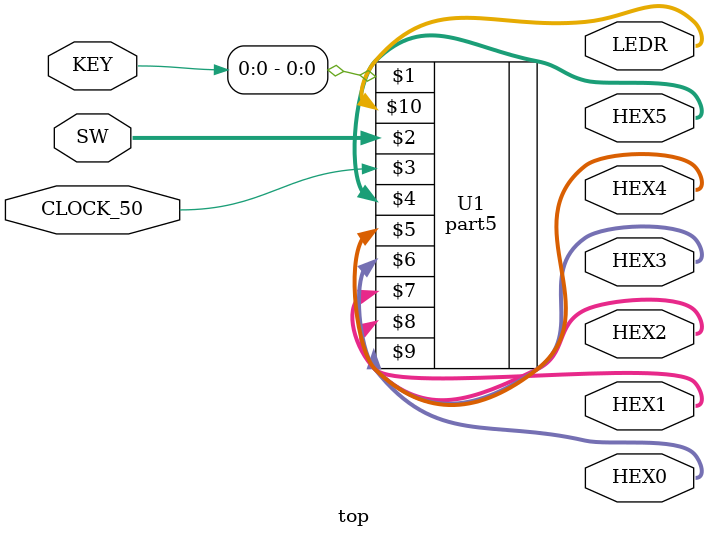
<source format=v>
module top (CLOCK_50, SW, KEY, HEX0, HEX1, HEX2, HEX3, HEX4, HEX5, LEDR);

    input CLOCK_50;             // DE-series 50 MHz clock signal
    input wire [9:0] SW;        // DE-series switches
    input wire [3:0] KEY;       // DE-series pushbuttons

    output wire [6:0] HEX0;     // DE-series HEX displays
    output wire [6:0] HEX1;
    output wire [6:0] HEX2;
    output wire [6:0] HEX3;
    output wire [6:0] HEX4;
    output wire [6:0] HEX5;

    output wire [9:0] LEDR;     // DE-series LEDs   

    part5 U1 (KEY[0], SW, CLOCK_50, HEX5, HEX4, HEX3, HEX2, HEX1, HEX0, LEDR);

endmodule


</source>
